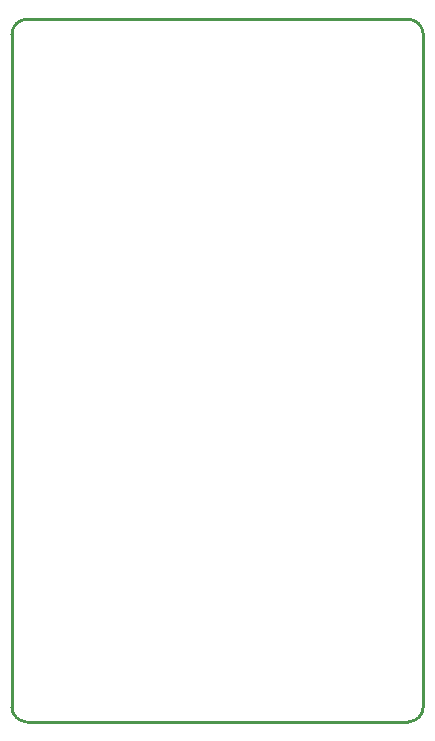
<source format=gko>
G04*
G04 #@! TF.GenerationSoftware,Altium Limited,Altium Designer,18.0.12 (696)*
G04*
G04 Layer_Color=16711935*
%FSLAX44Y44*%
%MOMM*%
G71*
G01*
G75*
%ADD11C,0.2540*%
D11*
X1335786Y304800D02*
G03*
X1348486Y317500I0J12700D01*
G01*
X1000252D02*
G03*
X1012952Y304800I12700J0D01*
G01*
X1348486Y886968D02*
G03*
X1335786Y899668I-12700J0D01*
G01*
X1012952D02*
G03*
X1000252Y886968I0J-12700D01*
G01*
X1012952Y304800D02*
X1335786D01*
X1000252Y317500D02*
Y327660D01*
X1000252D02*
X1000252Y886968D01*
X1135380Y899668D02*
X1335786D01*
X1348486Y317500D02*
X1348486Y886968D01*
X1012952Y899668D02*
X1135380D01*
M02*

</source>
